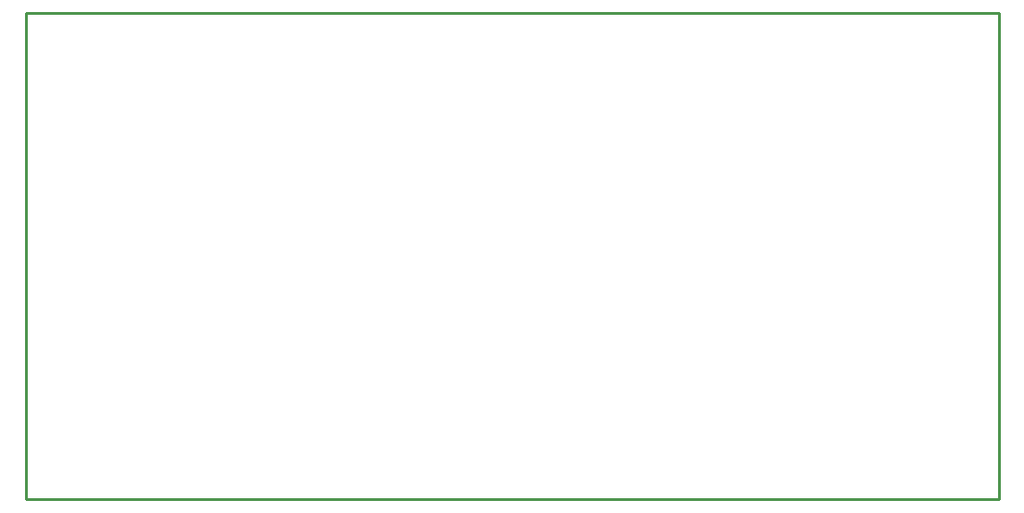
<source format=gbr>
G04 start of page 4 for group 2 idx 2 *
G04 Title: (unknown), outline *
G04 Creator: pcb 20140316 *
G04 CreationDate: Fri 02 Jun 2017 03:03:48 AM GMT UTC *
G04 For: railfan *
G04 Format: Gerber/RS-274X *
G04 PCB-Dimensions (mil): 3500.00 1750.00 *
G04 PCB-Coordinate-Origin: lower left *
%MOIN*%
%FSLAX25Y25*%
%LNOUTLINE*%
%ADD56C,0.0100*%
G54D56*X0Y0D02*X350000D01*
Y175000D01*
X0D01*
Y0D01*
M02*

</source>
